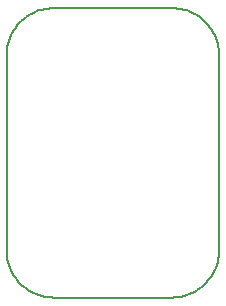
<source format=gm1>
G04*
G04 #@! TF.GenerationSoftware,Altium Limited,Altium Designer,22.7.1 (60)*
G04*
G04 Layer_Color=16711935*
%FSLAX44Y44*%
%MOMM*%
G71*
G04*
G04 #@! TF.SameCoordinates,97EA9571-4948-4CBB-981D-70F8AE3DB673*
G04*
G04*
G04 #@! TF.FilePolarity,Positive*
G04*
G01*
G75*
%ADD30C,0.2000*%
D30*
X90000Y45000D02*
X89921Y47512D01*
X89685Y50014D01*
X89291Y52496D01*
X88743Y54949D01*
X88042Y57362D01*
X87191Y59727D01*
X86193Y62033D01*
X85052Y64272D01*
X83772Y66436D01*
X82360Y68514D01*
X80819Y70500D01*
X79157Y72385D01*
X77380Y74162D01*
X75495Y75824D01*
X73509Y77365D01*
X71431Y78777D01*
X69268Y80056D01*
X67028Y81197D01*
X64722Y82196D01*
X62357Y83047D01*
X59944Y83748D01*
X57491Y84296D01*
X55009Y84689D01*
X52507Y84926D01*
X49995Y85005D01*
X-49995D02*
X-52507Y84926D01*
X-55009Y84689D01*
X-57491Y84296D01*
X-59944Y83748D01*
X-62357Y83047D01*
X-64722Y82196D01*
X-67028Y81197D01*
X-69268Y80056D01*
X-71431Y78777D01*
X-73509Y77365D01*
X-75495Y75824D01*
X-77380Y74162D01*
X-79157Y72385D01*
X-80819Y70500D01*
X-82360Y68514D01*
X-83772Y66436D01*
X-85052Y64272D01*
X-86193Y62033D01*
X-87191Y59727D01*
X-88042Y57362D01*
X-88743Y54949D01*
X-89291Y52496D01*
X-89685Y50014D01*
X-89921Y47512D01*
X-90000Y45000D01*
X50000Y-160000D02*
X52512Y-159921D01*
X55014Y-159685D01*
X57496Y-159291D01*
X59949Y-158743D01*
X62362Y-158042D01*
X64727Y-157191D01*
X67033Y-156193D01*
X69272Y-155052D01*
X71436Y-153772D01*
X73514Y-152360D01*
X75500Y-150819D01*
X77385Y-149157D01*
X79162Y-147380D01*
X80824Y-145495D01*
X82365Y-143509D01*
X83777Y-141431D01*
X85056Y-139268D01*
X86198Y-137028D01*
X87196Y-134722D01*
X88047Y-132357D01*
X88748Y-129944D01*
X89296Y-127491D01*
X89689Y-125009D01*
X89926Y-122507D01*
X90005Y-119995D01*
X-90005D02*
X-89926Y-122507D01*
X-89689Y-125009D01*
X-89296Y-127491D01*
X-88748Y-129944D01*
X-88047Y-132357D01*
X-87196Y-134722D01*
X-86197Y-137029D01*
X-85056Y-139268D01*
X-83777Y-141431D01*
X-82365Y-143510D01*
X-80824Y-145495D01*
X-79162Y-147380D01*
X-77385Y-149157D01*
X-75500Y-150820D01*
X-73514Y-152360D01*
X-71436Y-153772D01*
X-69272Y-155052D01*
X-67033Y-156193D01*
X-64727Y-157191D01*
X-62362Y-158042D01*
X-59949Y-158743D01*
X-57496Y-159291D01*
X-55014Y-159685D01*
X-52512Y-159921D01*
X-50000Y-160000D01*
X50000D01*
X90000Y-119995D02*
Y45000D01*
X-90000Y-119995D02*
Y45000D01*
X-50000Y85000D02*
X50000D01*
M02*

</source>
